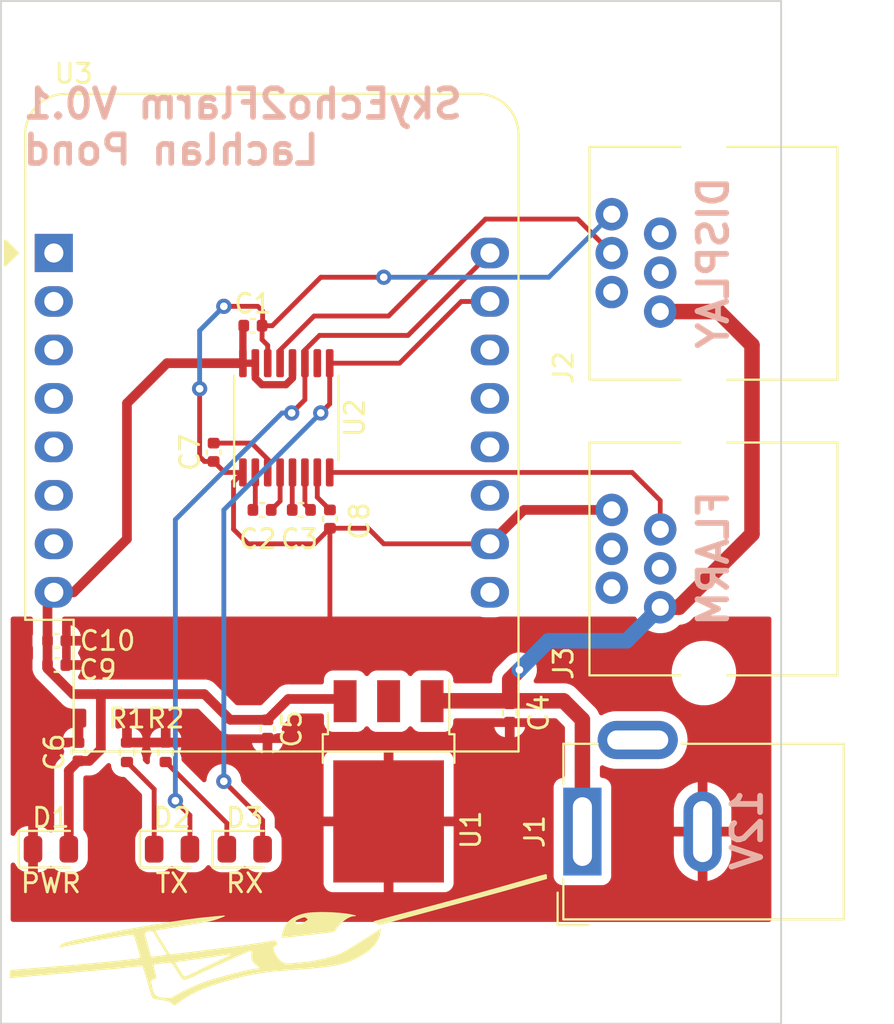
<source format=kicad_pcb>
(kicad_pcb (version 20211014) (generator pcbnew)
  (layers (0 "F.Cu" signal) (31 "B.Cu" signal) (34 "B.Paste" user) (35 "F.Paste" user) (36 "B.SilkS" user "B.Silkscreen") (37 "F.SilkS" user "F.Silkscreen") (38 "B.Mask" user) (39 "F.Mask" user) (44 "Edge.Cuts" user))
  (net 0 "")
  (net 1 "+3.3V")
  (net 2 "GND")
  (net 3 "Net-(C2-Pad1)")
  (net 4 "Net-(C2-Pad2)")
  (net 5 "Net-(C3-Pad1)")
  (net 6 "Net-(C3-Pad2)")
  (net 7 "+BATT")
  (net 8 "Net-(C7-Pad1)")
  (net 9 "Net-(C8-Pad2)")
  (net 10 "Net-(D2-Pad1)")
  (net 11 "DISP_TTL_TX")
  (net 12 "Net-(D3-Pad1)")
  (net 13 "FLARM_TTL_RX")
  (net 15 "DISP_RS232_TX")
  (net 18 "FLARM_RS232_RX")
  (footprint "Capacitor_SMD:C_0402_1005Metric" (layer "F.Cu") (at 88.392 50.292)
    (fp_text reference "C3" (at -0.107836 1.524) (layer "F.SilkS"))
    (fp_text value "100nF")
    (pad "1" smd roundrect (at -0.48 0) (size 0.56 0.62) (layers "F.Cu" "F.Paste" "F.Mask") (net 5 "Net-(C3-Pad1)"))
    (pad "2" smd roundrect (at 0.48 0) (size 0.56 0.62) (layers "F.Cu" "F.Paste" "F.Mask") (net 6 "Net-(C3-Pad2)"))
  )
  (footprint "Resistor_SMD:R_0402_1005Metric" (layer "F.Cu") (at 81.28 62.992 90)
    (fp_text reference "R2" (at 1.778 0 180) (layer "F.SilkS"))
    (fp_text value "50")
    (pad "1" smd roundrect (at -0.51 0 90) (size 0.54 0.64) (layers "F.Cu" "F.Paste" "F.Mask") (net 12 "Net-(D3-Pad1)"))
    (pad "2" smd roundrect (at 0.51 0 90) (size 0.54 0.64) (layers "F.Cu" "F.Paste" "F.Mask") (net 2 "GND"))
  )
  (footprint "Connector_BarrelJack:BarrelJack_Wuerth_6941xx301002" (layer "F.Cu") (at 103.124 67.148 90)
    (fp_text reference "J1" (at 0 -2.5 90) (layer "F.SilkS"))
    (fp_text value "BATT_JACK")
    (pad "1" thru_hole rect (at 0 0 90) (size 4.6 2) (drill oval 3.6 1) (layers *.Cu *.Mask) (net 7 "+BATT"))
    (pad "2" thru_hole oval (at 0 6.3 90) (size 4.2 2) (drill oval 3.2 1) (layers *.Cu *.Mask) (net 2 "GND"))
    (pad "3" thru_hole oval (at 4.8 2.9 180) (size 4.2 2) (drill oval 3.2 1) (layers *.Cu *.Mask))
  )
  (footprint "Capacitor_SMD:C_0402_1005Metric" (layer "F.Cu") (at 76.708 62.964 90)
    (fp_text reference "C6" (at -0.028 -1.27 90) (layer "F.SilkS"))
    (fp_text value "100nF")
    (pad "1" smd roundrect (at -0.48 0 90) (size 0.56 0.62) (layers "F.Cu" "F.Paste" "F.Mask") (net 1 "+3.3V"))
    (pad "2" smd roundrect (at 0.48 0 90) (size 0.56 0.62) (layers "F.Cu" "F.Paste" "F.Mask") (net 2 "GND"))
  )
  (footprint "Package_SO:TSSOP-16_4.4x5mm_P0.65mm" (layer "F.Cu") (at 87.602 45.466 90)
    (fp_text reference "U2" (at 0 3.584 270) (layer "F.SilkS"))
    (fp_text value "MAX3221")
    (pad "1" smd roundrect (at -2.8625 -2.275 90) (size 1.475 0.4) (layers "F.Cu" "F.Paste" "F.Mask") (net 2 "GND"))
    (pad "2" smd roundrect (at -2.8625 -1.625 90) (size 1.475 0.4) (layers "F.Cu" "F.Paste" "F.Mask") (net 3 "Net-(C2-Pad1)"))
    (pad "3" smd roundrect (at -2.8625 -0.975 90) (size 1.475 0.4) (layers "F.Cu" "F.Paste" "F.Mask") (net 8 "Net-(C7-Pad1)"))
    (pad "4" smd roundrect (at -2.8625 -0.325 90) (size 1.475 0.4) (layers "F.Cu" "F.Paste" "F.Mask") (net 4 "Net-(C2-Pad2)"))
    (pad "5" smd roundrect (at -2.8625 0.325 90) (size 1.475 0.4) (layers "F.Cu" "F.Paste" "F.Mask") (net 5 "Net-(C3-Pad1)"))
    (pad "6" smd roundrect (at -2.8625 0.975 90) (size 1.475 0.4) (layers "F.Cu" "F.Paste" "F.Mask") (net 6 "Net-(C3-Pad2)"))
    (pad "7" smd roundrect (at -2.8625 1.625 90) (size 1.475 0.4) (layers "F.Cu" "F.Paste" "F.Mask") (net 9 "Net-(C8-Pad2)"))
    (pad "8" smd roundrect (at -2.8625 2.275 90) (size 1.475 0.4) (layers "F.Cu" "F.Paste" "F.Mask") (net 18 "FLARM_RS232_RX"))
    (pad "9" smd roundrect (at 2.8625 2.275 90) (size 1.475 0.4) (layers "F.Cu" "F.Paste" "F.Mask") (net 13 "FLARM_TTL_RX"))
    (pad "10" smd roundrect (at 2.8625 1.625 90) (size 1.475 0.4) (layers "F.Cu" "F.Paste" "F.Mask"))
    (pad "11" smd roundrect (at 2.8625 0.975 90) (size 1.475 0.4) (layers "F.Cu" "F.Paste" "F.Mask") (net 11 "DISP_TTL_TX"))
    (pad "12" smd roundrect (at 2.8625 0.325 90) (size 1.475 0.4) (layers "F.Cu" "F.Paste" "F.Mask") (net 1 "+3.3V"))
    (pad "13" smd roundrect (at 2.8625 -0.325 90) (size 1.475 0.4) (layers "F.Cu" "F.Paste" "F.Mask") (net 15 "DISP_RS232_TX"))
    (pad "14" smd roundrect (at 2.8625 -0.975 90) (size 1.475 0.4) (layers "F.Cu" "F.Paste" "F.Mask") (net 2 "GND"))
    (pad "15" smd roundrect (at 2.8625 -1.625 90) (size 1.475 0.4) (layers "F.Cu" "F.Paste" "F.Mask") (net 1 "+3.3V"))
    (pad "16" smd roundrect (at 2.8625 -2.275 90) (size 1.475 0.4) (layers "F.Cu" "F.Paste" "F.Mask") (net 1 "+3.3V"))
  )
  (footprint "Capacitor_SMD:C_0402_1005Metric" (layer "F.Cu") (at 86.614 61.771 -90)
    (fp_text reference "C5" (at 0 -1.27 -90) (layer "F.SilkS"))
    (fp_text value "470nF")
    (pad "1" smd roundrect (at -0.48 0 270) (size 0.56 0.62) (layers "F.Cu" "F.Paste" "F.Mask") (net 1 "+3.3V"))
    (pad "2" smd roundrect (at 0.48 0 270) (size 0.56 0.62) (layers "F.Cu" "F.Paste" "F.Mask") (net 2 "GND"))
  )
  (footprint "My_Library:RJ12_CUI_CRJ030" (layer "F.Cu") (at 109.492 52.862 90)
    (fp_text reference "J3" (at -5.47 -7.36 90) (layer "F.SilkS"))
    (fp_text value "FLARM_RJ12")
    (pad "" np_thru_hole circle (at -5.98 0 90) (size 2.36 2.36) (drill 2.36) (layers F&B.Cu *.Mask))
    (pad "" np_thru_hole circle (at 6.02 0 90) (size 2.36 2.36) (drill 2.36) (layers F&B.Cu *.Mask))
    (pad "1" thru_hole circle (at 2.57 -4.83 90) (size 1.7 1.7) (drill 0.9) (layers *.Cu *.Mask) (net 2 "GND"))
    (pad "2" thru_hole circle (at 1.55 -2.29 90) (size 1.7 1.7) (drill 0.9) (layers *.Cu *.Mask) (net 18 "FLARM_RS232_RX"))
    (pad "3" thru_hole circle (at 0.53 -4.83 90) (size 1.7 1.7) (drill 0.9) (layers *.Cu *.Mask))
    (pad "4" thru_hole circle (at -0.49 -2.29 90) (size 1.7 1.7) (drill 0.9) (layers *.Cu *.Mask))
    (pad "5" thru_hole circle (at -1.51 -4.83 90) (size 1.7 1.7) (drill 0.9) (layers *.Cu *.Mask))
    (pad "6" thru_hole circle (at -2.53 -2.29 90) (size 1.7 1.7) (drill 0.9) (layers *.Cu *.Mask) (net 7 "+BATT"))
  )
  (footprint "Capacitor_SMD:C_0402_1005Metric" (layer "F.Cu") (at 86.332 50.292)
    (fp_text reference "C2" (at -0.226 1.524) (layer "F.SilkS"))
    (fp_text value "100nF")
    (pad "1" smd roundrect (at -0.48 0) (size 0.56 0.62) (layers "F.Cu" "F.Paste" "F.Mask") (net 3 "Net-(C2-Pad1)"))
    (pad "2" smd roundrect (at 0.48 0) (size 0.56 0.62) (layers "F.Cu" "F.Paste" "F.Mask") (net 4 "Net-(C2-Pad2)"))
  )
  (footprint "Capacitor_SMD:C_0402_1005Metric" (layer "F.Cu") (at 89.888 50.772 90)
    (fp_text reference "C8" (at -0.107836 1.552 90) (layer "F.SilkS"))
    (fp_text value "100nF")
    (pad "1" smd roundrect (at -0.48 0 90) (size 0.56 0.62) (layers "F.Cu" "F.Paste" "F.Mask") (net 2 "GND"))
    (pad "2" smd roundrect (at 0.48 0 90) (size 0.56 0.62) (layers "F.Cu" "F.Paste" "F.Mask") (net 9 "Net-(C8-Pad2)"))
  )
  (footprint "Module:WEMOS_D1_mini_light" (layer "F.Cu") (at 75.415 36.83)
    (fp_text reference "U3" (at 1.039 -9.398) (layer "F.SilkS"))
    (fp_text value "ESP8266_D1_MINI")
    (pad "1" thru_hole rect locked (at 0 0) (size 2 2) (drill 1) (layers *.Cu *.Mask))
    (pad "2" thru_hole oval locked (at 0 2.54) (size 2 1.6) (drill 1) (layers *.Cu *.Mask))
    (pad "3" thru_hole oval locked (at 0 5.08) (size 2 1.6) (drill 1) (layers *.Cu *.Mask))
    (pad "4" thru_hole oval locked (at 0 7.62) (size 2 1.6) (drill 1) (layers *.Cu *.Mask))
    (pad "5" thru_hole oval locked (at 0 10.16) (size 2 1.6) (drill 1) (layers *.Cu *.Mask))
    (pad "6" thru_hole oval locked (at 0 12.7) (size 2 1.6) (drill 1) (layers *.Cu *.Mask))
    (pad "7" thru_hole oval locked (at 0 15.24) (size 2 1.6) (drill 1) (layers *.Cu *.Mask))
    (pad "8" thru_hole oval locked (at 0 17.78) (size 2 1.6) (drill 1) (layers *.Cu *.Mask) (net 1 "+3.3V"))
    (pad "9" thru_hole oval locked (at 22.86 17.78) (size 2 1.6) (drill 1) (layers *.Cu *.Mask))
    (pad "10" thru_hole oval locked (at 22.86 15.24) (size 2 1.6) (drill 1) (layers *.Cu *.Mask) (net 2 "GND"))
    (pad "11" thru_hole oval locked (at 22.86 12.7) (size 2 1.6) (drill 1) (layers *.Cu *.Mask))
    (pad "12" thru_hole oval locked (at 22.86 10.16) (size 2 1.6) (drill 1) (layers *.Cu *.Mask))
    (pad "13" thru_hole oval locked (at 22.86 7.62) (size 2 1.6) (drill 1) (layers *.Cu *.Mask))
    (pad "14" thru_hole oval locked (at 22.86 5.08) (size 2 1.6) (drill 1) (layers *.Cu *.Mask))
    (pad "15" thru_hole oval locked (at 22.86 2.54) (size 2 1.6) (drill 1) (layers *.Cu *.Mask) (net 13 "FLARM_TTL_RX"))
    (pad "16" thru_hole oval locked (at 22.86 0) (size 2 1.6) (drill 1) (layers *.Cu *.Mask) (net 11 "DISP_TTL_TX"))
  )
  (footprint "Capacitor_SMD:C_0402_1005Metric" (layer "F.Cu") (at 75.565 58.42)
    (fp_text reference "C9" (at 2.159 0.254) (layer "F.SilkS"))
    (fp_text value "100nF")
    (pad "1" smd roundrect (at -0.48 0) (size 0.56 0.62) (layers "F.Cu" "F.Paste" "F.Mask") (net 1 "+3.3V"))
    (pad "2" smd roundrect (at 0.48 0) (size 0.56 0.62) (layers "F.Cu" "F.Paste" "F.Mask") (net 2 "GND"))
  )
  (footprint "My_Library:RJ12_CUI_CRJ030" (layer "F.Cu") (at 109.492 37.368 90)
    (fp_text reference "J2" (at -5.47 -7.36 90) (layer "F.SilkS"))
    (fp_text value "DISP_RJ12")
    (pad "" np_thru_hole circle (at 6.02 0 90) (size 2.36 2.36) (drill 2.36) (layers F&B.Cu *.Mask))
    (pad "" np_thru_hole circle (at -5.98 0 90) (size 2.36 2.36) (drill 2.36) (layers F&B.Cu *.Mask))
    (pad "1" thru_hole circle (at 2.57 -4.83 90) (size 1.7 1.7) (drill 0.9) (layers *.Cu *.Mask) (net 2 "GND"))
    (pad "2" thru_hole circle (at 1.55 -2.29 90) (size 1.7 1.7) (drill 0.9) (layers *.Cu *.Mask))
    (pad "3" thru_hole circle (at 0.53 -4.83 90) (size 1.7 1.7) (drill 0.9) (layers *.Cu *.Mask) (net 15 "DISP_RS232_TX"))
    (pad "4" thru_hole circle (at -0.49 -2.29 90) (size 1.7 1.7) (drill 0.9) (layers *.Cu *.Mask))
    (pad "5" thru_hole circle (at -1.51 -4.83 90) (size 1.7 1.7) (drill 0.9) (layers *.Cu *.Mask))
    (pad "6" thru_hole circle (at -2.53 -2.29 90) (size 1.7 1.7) (drill 0.9) (layers *.Cu *.Mask) (net 7 "+BATT"))
  )
  (footprint "LED_SMD:LED_0805_2012Metric" (layer "F.Cu") (at 85.4225 68.072)
    (fp_text reference "D3" (at 0 -1.65) (layer "F.SilkS"))
    (fp_text value "RX" (at 0 1.778) (layer "F.SilkS"))
    (pad "1" smd roundrect (at -0.9375 0) (size 0.975 1.4) (layers "F.Cu" "F.Paste" "F.Mask") (net 12 "Net-(D3-Pad1)"))
    (pad "2" smd roundrect (at 0.9375 0) (size 0.975 1.4) (layers "F.Cu" "F.Paste" "F.Mask") (net 13 "FLARM_TTL_RX"))
  )
  (footprint "Capacitor_SMD:C_0402_1005Metric" (layer "F.Cu") (at 85.852 40.64)
    (fp_text reference "C1" (at 0 -1.16) (layer "F.SilkS"))
    (fp_text value "100nF")
    (pad "1" smd roundrect (at -0.48 0) (size 0.56 0.62) (layers "F.Cu" "F.Paste" "F.Mask") (net 1 "+3.3V"))
    (pad "2" smd roundrect (at 0.48 0) (size 0.56 0.62) (layers "F.Cu" "F.Paste" "F.Mask") (net 2 "GND"))
  )
  (footprint "Capacitor_SMD:C_0402_1005Metric" (layer "F.Cu") (at 99.314 60.932 -90)
    (fp_text reference "C4" (at 0 -1.524 -90) (layer "F.SilkS"))
    (fp_text value "470nF")
    (pad "1" smd roundrect (at -0.48 0 270) (size 0.56 0.62) (layers "F.Cu" "F.Paste" "F.Mask") (net 7 "+BATT"))
    (pad "2" smd roundrect (at 0.48 0 270) (size 0.56 0.62) (layers "F.Cu" "F.Paste" "F.Mask") (net 2 "GND"))
  )
  (footprint "LED_SMD:LED_0805_2012Metric" (layer "F.Cu") (at 81.6125 68.072)
    (fp_text reference "D2" (at 0 -1.65) (layer "F.SilkS"))
    (fp_text value "TX" (at 0 1.778) (layer "F.SilkS"))
    (pad "1" smd roundrect (at -0.9375 0) (size 0.975 1.4) (layers "F.Cu" "F.Paste" "F.Mask") (net 10 "Net-(D2-Pad1)"))
    (pad "2" smd roundrect (at 0.9375 0) (size 0.975 1.4) (layers "F.Cu" "F.Paste" "F.Mask") (net 11 "DISP_TTL_TX"))
  )
  (footprint "LED_SMD:LED_0805_2012Metric" (layer "F.Cu") (at 75.2625 68.072)
    (fp_text reference "D1" (at 0 -1.65) (layer "F.SilkS"))
    (fp_text value "PWR" (at 0 1.778) (layer "F.SilkS"))
    (pad "1" smd roundrect (at -0.9375 0) (size 0.975 1.4) (layers "F.Cu" "F.Paste" "F.Mask") (net 2 "GND"))
    (pad "2" smd roundrect (at 0.9375 0) (size 0.975 1.4) (layers "F.Cu" "F.Paste" "F.Mask") (net 1 "+3.3V"))
  )
  (footprint "Capacitor_SMD:C_0402_1005Metric" (layer "F.Cu") (at 83.792 47.272 -90)
    (fp_text reference "C7" (at 0 1.242 90) (layer "F.SilkS"))
    (fp_text value "100nF")
    (pad "1" smd roundrect (at -0.48 0 270) (size 0.56 0.62) (layers "F.Cu" "F.Paste" "F.Mask") (net 8 "Net-(C7-Pad1)"))
    (pad "2" smd roundrect (at 0.48 0 270) (size 0.56 0.62) (layers "F.Cu" "F.Paste" "F.Mask") (net 2 "GND"))
  )
  (footprint "Resistor_SMD:R_0402_1005Metric" (layer "F.Cu") (at 79.248 62.992 90)
    (fp_text reference "R1" (at 1.778 0 180) (layer "F.SilkS"))
    (fp_text value "50")
    (pad "1" smd roundrect (at -0.51 0 90) (size 0.54 0.64) (layers "F.Cu" "F.Paste" "F.Mask") (net 10 "Net-(D2-Pad1)"))
    (pad "2" smd roundrect (at 0.51 0 90) (size 0.54 0.64) (layers "F.Cu" "F.Paste" "F.Mask") (net 2 "GND"))
  )
  (footprint "Capacitor_SMD:C_0402_1005Metric" (layer "F.Cu") (at 75.565 57.15)
    (fp_text reference "C10" (at 2.667 0) (layer "F.SilkS"))
    (fp_text value "100nF")
    (pad "1" smd roundrect (at -0.48 0) (size 0.56 0.62) (layers "F.Cu" "F.Paste" "F.Mask") (net 1 "+3.3V"))
    (pad "2" smd roundrect (at 0.48 0) (size 0.56 0.62) (layers "F.Cu" "F.Paste" "F.Mask") (net 2 "GND"))
  )
  (footprint "Package_TO_SOT_SMD:TO-252-3_TabPin4" (layer "F.Cu") (at 92.964 64.516 -90)
    (fp_text reference "U1" (at 2.54 -4.318 90) (layer "F.SilkS"))
    (fp_text value "BA033CC0FP-E2")
    (pad "1" smd rect (at -4.2 -2.28 270) (size 2.2 1.2) (layers "F.Cu" "F.Paste" "F.Mask") (net 7 "+BATT"))
    (pad "2" smd rect (at -4.2 0 270) (size 2.2 1.2) (layers "F.Cu" "F.Paste" "F.Mask"))
    (pad "3" smd rect (at -4.2 2.28 270) (size 2.2 1.2) (layers "F.Cu" "F.Paste" "F.Mask") (net 1 "+3.3V"))
    (pad "4" smd rect (at 2.1 0 270) (size 6.4 5.8) (layers "F.Cu" "F.Mask") (net 2 "GND"))
  )
  (gr_poly (pts (xy 89.662 71.374) (xy 89.948082 71.383264) (xy 90.233401 71.399951) (xy 90.507724 71.423861) (xy 90.760817 71.454798) (xy 90.903392 71.476836) (xy 91.023938 71.49849) (xy 91.119999 71.518982) (xy 91.15808 71.528551) (xy 91.18912 71.537538) (xy 91.212811 71.545848) (xy 91.228847 71.553382) (xy 91.23692 71.560044) (xy 91.237875 71.563018) (xy 91.236724 71.565738) (xy 91.233429 71.568191) (xy 91.227951 71.570365) (xy 91.210296 71.573829) (xy 91.183451 71.576033) (xy 91.147109 71.57688) (xy 91.122147 71.57782) (xy 91.096338 71.580446) (xy 91.069745 71.584714) (xy 91.042429 71.590581) (xy 90.985877 71.606934) (xy 90.92718 71.62915) (xy 90.866834 71.656877) (xy 90.805335 71.689761) (xy 90.743181 71.72745) (xy 90.680869 71.769589) (xy 90.618894 71.815826) (xy 90.557754 71.865808) (xy 90.497946 71.919181) (xy 90.439965 71.975592) (xy 90.38431 72.034688) (xy 90.331476 72.096116) (xy 90.281961 72.159522) (xy 90.236261 72.224553) (xy 90.115093 72.407102) (xy 88.938648 72.540803) (xy 88.027816 72.64369) (xy 87.557692 72.692899) (xy 87.442344 72.701453) (xy 87.382511 72.701482) (xy 87.367719 72.69881) (xy 87.359973 72.694619) (xy 87.35651 72.682494) (xy 87.356513 72.682494) (xy 87.357785 72.663952) (xy 87.361443 72.639466) (xy 87.367247 72.609823) (xy 87.374959 72.575811) (xy 87.395148 72.49783) (xy 87.420099 72.411819) (xy 87.4479 72.324078) (xy 87.476638 72.240903) (xy 87.504401 72.168593) (xy 87.517319 72.13848) (xy 87.529277 72.113446) (xy 87.547018 72.080525) (xy 87.566159 72.048229) (xy 87.586685 72.016567) (xy 87.60858 71.985548) (xy 87.631828 71.955181) (xy 87.656416 71.925475) (xy 87.682326 71.89644) (xy 87.709543 71.868085) (xy 87.717391 71.860468) (xy 88.083213 71.860468) (xy 88.083569 71.875983) (xy 88.085513 71.893045) (xy 88.088753 71.911899) (xy 88.091709 71.923956) (xy 88.095783 71.935176) (xy 88.100939 71.945559) (xy 88.107143 71.955109) (xy 88.114358 71.963826) (xy 88.122549 71.971712) (xy 88.13168 71.978768) (xy 88.141716 71.984997) (xy 88.152622 71.990399) (xy 88.164361 71.994977) (xy 88.176899 71.998732) (xy 88.190199 72.001666) (xy 88.204227 72.00378) (xy 88.218946 72.005076) (xy 88.234322 72.005556) (xy 88.250318 72.005221) (xy 88.2669 72.004072) (xy 88.284031 72.002112) (xy 88.301676 71.999342) (xy 88.3198 71.995763) (xy 88.338367 71.991378) (xy 88.357342 71.986188) (xy 88.376688 71.980194) (xy 88.396371 71.973398) (xy 88.416355 71.965802) (xy 88.436605 71.957408) (xy 88.457084 71.948216) (xy 88.477758 71.938229) (xy 88.498591 71.927448) (xy 88.519547 71.915875) (xy 88.540591 71.903511) (xy 88.561687 71.890358) (xy 88.561688 71.890358) (xy 88.595947 71.867895) (xy 88.627864 71.84604) (xy 88.656743 71.825336) (xy 88.681889 71.806325) (xy 88.702607 71.78955) (xy 88.711088 71.78217) (xy 88.718201 71.775553) (xy 88.72386 71.769767) (xy 88.727976 71.764878) (xy 88.730464 71.760956) (xy 88.73107 71.759378) (xy 88.731236 71.758067) (xy 88.731069 71.756819) (xy 88.730685 71.755427) (xy 88.730089 71.753898) (xy 88.729287 71.752235) (xy 88.728285 71.750446) (xy 88.727088 71.748535) (xy 88.724132 71.744369) (xy 88.720461 71.739781) (xy 88.716121 71.734813) (xy 88.711155 71.72951) (xy 88.705607 71.723914) (xy 88.699522 71.718068) (xy 88.692942 71.712017) (xy 88.685912 71.705802) (xy 88.678476 71.699467) (xy 88.670677 71.693055) (xy 88.66256 71.68661) (xy 88.654169 71.680175) (xy 88.645548 71.673792) (xy 88.631102 71.66345) (xy 88.617898 71.654522) (xy 88.611645 71.650594) (xy 88.605564 71.647027) (xy 88.599607 71.643823) (xy 88.593728 71.640985) (xy 88.587882 71.638514) (xy 88.582021 71.636414) (xy 88.5761 71.634687) (xy 88.570071 71.633335) (xy 88.56389 71.63236) (xy 88.557508 71.631766) (xy 88.55088 71.631553) (xy 88.54396 71.631726) (xy 88.5367 71.632285) (xy 88.529056 71.633234) (xy 88.52098 71.634574) (xy 88.512425 71.636309) (xy 88.503347 71.638441) (xy 88.493698 71.640972) (xy 88.483431 71.643904) (xy 88.472501 71.64724) (xy 88.448466 71.655132) (xy 88.42122 71.664669) (xy 88.390393 71.675869) (xy 88.355614 71.688752) (xy 88.267397 71.722267) (xy 88.231061 71.736839) (xy 88.199517 71.750278) (xy 88.172474 71.762828) (xy 88.149641 71.774733) (xy 88.130727 71.786237) (xy 88.11544 71.797582) (xy 88.109065 71.803272) (xy 88.103488 71.809013) (xy 88.098673 71.814837) (xy 88.094581 71.820774) (xy 88.091178 71.826854) (xy 88.088427 71.833107) (xy 88.086292 71.839565) (xy 88.084735 71.846258) (xy 88.083213 71.860468) (xy 87.717391 71.860468) (xy 87.738052 71.840418) (xy 87.767838 71.813449) (xy 87.798884 71.787186) (xy 87.831176 71.76164) (xy 87.864698 71.736819) (xy 87.899435 71.712733) (xy 87.93537 71.689389) (xy 87.972489 71.666799) (xy 88.010775 71.644969) (xy 88.050215 71.623911) (xy 88.132489 71.584143) (xy 88.219187 71.547568) (xy 88.310186 71.514258) (xy 88.405361 71.484287) (xy 88.504589 71.457728) (xy 88.607745 71.434653) (xy 88.714707 71.415135) (xy 88.802447 71.402891) (xy 88.901508 71.392726) (xy 89.12848 71.378532) (xy 89.385388 71.372356)) (layer "F.SilkS") (width 0.02) (fill solid))
  (gr_poly (pts (xy 84.346856 71.55659) (xy 84.354786 71.557234) (xy 84.361061 71.558301) (xy 84.365673 71.559796) (xy 84.368609 71.561726) (xy 84.369446 71.562856) (xy 84.369859 71.564098) (xy 84.369849 71.565451) (xy 84.369413 71.566917) (xy 84.367259 71.570191) (xy 84.363386 71.573926) (xy 84.357784 71.578128) (xy 84.350441 71.582804) (xy 84.341348 71.58796) (xy 84.330494 71.593603) (xy 84.303455 71.606375) (xy 84.26924 71.621172) (xy 84.227762 71.638045) (xy 84.178934 71.657047) (xy 84.122669 71.678228) (xy 84.058882 71.701642) (xy 83.987485 71.727339) (xy 83.932355 71.74641) (xy 83.875511 71.764745) (xy 83.815687 71.782593) (xy 83.751619 71.800208) (xy 83.682043 71.81784) (xy 83.605695 71.835742) (xy 83.427626 71.87336) (xy 83.207297 71.915079) (xy 82.934594 71.96291) (xy 82.599404 72.018869) (xy 82.191611 72.084969) (xy 81.168253 72.252775) (xy 80.853698 72.307068) (xy 80.734316 72.330864) (xy 80.733929 72.332138) (xy 80.734222 72.33448) (xy 80.736784 72.342254) (xy 80.741875 72.353962) (xy 80.749371 72.369384) (xy 80.771066 72.410481) (xy 80.800858 72.463769) (xy 80.837737 72.527477) (xy 80.880691 72.599828) (xy 80.92871 72.67905) (xy 80.980783 72.763369) (xy 81.200321 73.11809) (xy 81.362106 73.383522) (xy 81.37604 73.406364) (xy 81.389835 73.428051) (xy 81.403452 73.448541) (xy 81.416851 73.46779) (xy 81.429995 73.485756) (xy 81.442842 73.502396) (xy 81.455355 73.517665) (xy 81.467495 73.531523) (xy 81.479222 73.543925) (xy 81.490497 73.554828) (xy 81.501281 73.564189) (xy 81.511535 73.571966) (xy 81.52122 73.578116) (xy 81.530297 73.582595) (xy 81.538726 73.58536) (xy 81.542686 73.586087) (xy 81.546469 73.586369) (xy 81.925271 73.544918) (xy 82.781973 73.441115) (xy 84.851791 73.179166) (xy 85.45118 73.097109) (xy 86.034383 73.011297) (xy 86.522478 72.933765) (xy 86.836547 72.876545) (xy 86.892766 72.864905) (xy 86.916185 72.860581) (xy 86.93687 72.857328) (xy 86.955116 72.855199) (xy 86.971216 72.854252) (xy 86.985467 72.85454) (xy 86.99199 72.855164) (xy 86.998162 72.856118) (xy 87.004018 72.857408) (xy 87.009595 72.859042) (xy 87.014931 72.861025) (xy 87.020063 72.863366) (xy 87.025026 72.86607) (xy 87.029858 72.869145) (xy 87.039276 72.876434) (xy 87.048612 72.885289) (xy 87.058159 72.895764) (xy 87.068213 72.907915) (xy 87.079068 72.921795) (xy 87.094717 72.942756) (xy 87.10806 72.962054) (xy 87.119073 72.979814) (xy 87.123698 72.988158) (xy 87.127731 72.996165) (xy 87.13117 73.003852) (xy 87.134011 73.011234) (xy 87.136251 73.018327) (xy 87.137887 73.025147) (xy 87.138915 73.031711) (xy 87.139334 73.038033) (xy 87.139139 73.04413) (xy 87.138328 73.050018) (xy 87.136897 73.055713) (xy 87.134844 73.061231) (xy 87.132165 73.066586) (xy 87.128858 73.071797) (xy 87.124919 73.076877) (xy 87.120345 73.081844) (xy 87.115133 73.086714) (xy 87.10928 73.091501) (xy 87.102784 73.096222) (xy 87.095639 73.100893) (xy 87.087845 73.10553) (xy 87.079398 73.110148) (xy 87.06053 73.119394) (xy 87.039012 73.128758) (xy 87.018859 73.137589) (xy 87.009671 73.142037) (xy 87.001068 73.146544) (xy 86.99304 73.151138) (xy 86.985582 73.155849) (xy 86.978685 73.160704) (xy 86.972344 73.165733) (xy 86.966551 73.170962) (xy 86.961299 73.176422) (xy 86.95658 73.182139) (xy 86.952388 73.188144) (xy 86.948716 73.194463) (xy 86.945556 73.201126) (xy 86.942901 73.208161) (xy 86.940745 73.215596) (xy 86.939079 73.22346) (xy 86.937898 73.231781) (xy 86.937194 73.240588) (xy 86.93696 73.249909) (xy 86.937188 73.259772) (xy 86.937872 73.270206) (xy 86.939005 73.28124) (xy 86.940579 73.292901) (xy 86.942588 73.305218) (xy 86.945023 73.31822) (xy 86.951148 73.346391) (xy 86.958897 73.377641) (xy 86.968213 73.412198) (xy 86.980489 73.45179) (xy 86.995396 73.491923) (xy 87.012761 73.53236) (xy 87.032407 73.572862) (xy 87.05416 73.613191) (xy 87.077846 73.653107) (xy 87.103289 73.692373) (xy 87.130314 73.73075) (xy 87.158746 73.767999) (xy 87.188412 73.803883) (xy 87.219135 73.838162) (xy 87.250741 73.870598) (xy 87.283055 73.900953) (xy 87.315902 73.928988) (xy 87.349107 73.954464) (xy 87.382495 73.977144) (xy 87.442831 74.015875) (xy 87.45591 74.023848) (xy 87.468647 74.031149) (xy 87.481272 74.037786) (xy 87.494014 74.043764) (xy 87.507103 74.04909) (xy 87.520769 74.05377) (xy 87.535241 74.05781) (xy 87.550751 74.061217) (xy 87.567526 74.063998) (xy 87.585798 74.066158) (xy 87.605795 74.067704) (xy 87.627748 74.068642) (xy 87.651887 74.068979) (xy 87.678441 74.068721) (xy 87.70764 74.067875) (xy 87.739714 74.066446) (xy 87.813405 74.061867) (xy 87.901354 74.055035) (xy 88.005398 74.046001) (xy 88.127375 74.034816) (xy 88.432485 74.006197) (xy 88.726194 73.972551) (xy 89.025579 73.926712) (xy 89.323607 73.87039) (xy 89.613245 73.805298) (xy 89.887459 73.733148) (xy 90.139217 73.655651) (xy 90.254477 73.615433) (xy 90.361486 73.57452) (xy 90.459364 73.533126) (xy 90.547232 73.491465) (xy 90.66125 73.428765) (xy 90.835897 73.326474) (xy 91.301517 73.043569) (xy 91.812968 72.723652) (xy 92.044902 72.575095) (xy 92.239121 72.447623) (xy 92.553256 72.237656) (xy 92.5315 72.421346) (xy 92.524355 72.471812) (xy 92.514919 72.521906) (xy 92.503196 72.571626) (xy 92.489189 72.620968) (xy 92.472902 72.669929) (xy 92.454337 72.718504) (xy 92.433499 72.766691) (xy 92.410391 72.814486) (xy 92.385016 72.861884) (xy 92.357378 72.908884) (xy 92.327479 72.95548) (xy 92.295324 73.00167) (xy 92.224258 73.092815) (xy 92.144206 73.182291) (xy 92.055197 73.27007) (xy 91.957257 73.356122) (xy 91.850413 73.440419) (xy 91.734693 73.522932) (xy 91.610124 73.603634) (xy 91.476733 73.682494) (xy 91.334548 73.759485) (xy 91.183596 73.834578) (xy 91.067177 73.887875) (xy 90.948817 73.937298) (xy 90.827156 73.983099) (xy 90.700835 74.02553) (xy 90.568494 74.064842) (xy 90.428773 74.101287) (xy 90.280315 74.135117) (xy 90.121758 74.166583) (xy 89.951744 74.195937) (xy 89.768913 74.223431) (xy 89.571906 74.249315) (xy 89.359364 74.273843) (xy 89.129926 74.297265) (xy 88.882234 74.319833) (xy 88.32665 74.363414) (xy 87.642789 74.414809) (xy 87.075369 74.463781) (xy 86.596577 74.51465) (xy 86.178603 74.571735) (xy 85.793636 74.639355) (xy 85.413865 74.72183) (xy 85.01148 74.823478) (xy 84.558668 74.948619) (xy 84.12533 75.076924) (xy 83.736262 75.203868) (xy 83.385673 75.332021) (xy 83.222999 75.397354) (xy 83.067773 75.463952) (xy 82.919272 75.532137) (xy 82.776772 75.602231) (xy 82.639549 75.674553) (xy 82.50688 75.749426) (xy 82.37804 75.827171) (xy 82.252306 75.908108) (xy 82.128954 75.99256) (xy 82.00726 76.080847) (xy 81.90854 76.153647) (xy 81.825748 76.21316) (xy 81.793038 76.236017) (xy 81.767566 76.253252) (xy 81.750417 76.264098) (xy 81.745303 76.266886) (xy 81.742676 76.267789) (xy 81.741825 76.267597) (xy 81.740615 76.267098) (xy 81.737161 76.265209) (xy 81.732392 76.262183) (xy 81.72639 76.258083) (xy 81.711001 76.246905) (xy 81.691633 76.232168) (xy 81.668924 76.214366) (xy 81.643511 76.193991) (xy 81.616032 76.171537) (xy 81.587126 76.147498) (xy 81.587128 76.147498) (xy 81.563712 76.128211) (xy 81.541551 76.110887) (xy 81.52007 76.095338) (xy 81.498692 76.081376) (xy 81.487862 76.074931) (xy 81.47684 76.068812) (xy 81.465557 76.062996) (xy 81.453939 76.057458) (xy 81.441914 76.052177) (xy 81.42941 76.047127) (xy 81.416356 76.042287) (xy 81.402678 76.037631) (xy 81.373167 76.02878) (xy 81.340299 76.020388) (xy 81.303498 76.012266) (xy 81.262188 76.004226) (xy 81.215792 75.99608) (xy 81.163733 75.98764) (xy 81.040322 75.969125) (xy 80.958333 75.956474) (xy 80.880321 75.943037) (xy 80.808101 75.929225) (xy 80.743491 75.91545) (xy 80.688305 75.902122) (xy 80.644362 75.889652) (xy 80.627174 75.883867) (xy 80.613477 75.878452) (xy 80.6035 75.873456) (xy 80.597467 75.868931) (xy 80.593119 75.863247) (xy 80.588083 75.85485) (xy 80.582419 75.843905) (xy 80.576189 75.830578) (xy 80.569451 75.815036) (xy 80.562268 75.797443) (xy 80.546808 75.756773) (xy 80.530291 75.709895) (xy 80.513203 75.658136) (xy 80.49603 75.602823) (xy 80.479254 75.545285) (xy 80.368278 75.161984) (xy 80.30008 74.932932) (xy 80.505365 74.932932) (xy 80.528457 75.097998) (xy 80.543832 75.193143) (xy 80.562927 75.287199) (xy 80.585049 75.37793) (xy 80.609501 75.4631) (xy 80.635588 75.54047) (xy 80.649027 75.575532) (xy 80.662614 75.607806) (xy 80.676262 75.637011) (xy 80.689884 75.662869) (xy 80.703393 75.6851) (xy 80.716703 75.703424) (xy 80.724711 75.712569) (xy 80.733786 75.721558) (xy 80.743896 75.730384) (xy 80.755012 75.739037) (xy 80.78014 75.755794) (xy 80.808932 75.771763) (xy 80.841148 75.78688) (xy 80.876548 75.801078) (xy 80.914892 75.814291) (xy 80.95594 75.826453) (xy 80.999453 75.837499) (xy 81.045192 75.847363) (xy 81.092917 75.85598) (xy 81.142387 75.863283) (xy 81.193364 75.869206) (xy 81.245608 75.873685) (xy 81.298878 75.876653) (xy 81.352936 75.878044) (xy 81.419175 75.877936) (xy 81.448116 75.877081) (xy 81.474717 75.875567) (xy 81.499313 75.873302) (xy 81.52224 75.870193) (xy 81.543831 75.866145) (xy 81.564422 75.861066) (xy 81.584347 75.854863) (xy 81.603941 75.847441) (xy 81.623538 75.83871) (xy 81.643474 75.828574) (xy 81.664082 75.81694) (xy 81.685699 75.803717) (xy 81.708658 75.788809) (xy 81.733294 75.772125) (xy 81.733293 75.772125) (xy 81.733293 75.772124) (xy 81.782217 75.7404) (xy 81.843215 75.704051) (xy 81.996049 75.620045) (xy 82.18103 75.525231) (xy 82.387394 75.424733) (xy 82.604375 75.323677) (xy 82.821209 75.227189) (xy 83.02713 75.140392) (xy 83.211374 75.068413) (xy 83.51314 74.966052) (xy 83.89794 74.849152) (xy 84.332227 74.726392) (xy 84.782453 74.60645) (xy 85.215072 74.498004) (xy 85.596536 74.409733) (xy 85.8933 74.350316) (xy 85.999435 74.334139) (xy 86.071814 74.32843) (xy 86.101378 74.327933) (xy 86.126984 74.32654) (xy 86.138304 74.325491) (xy 86.148634 74.324198) (xy 86.157974 74.322655) (xy 86.166325 74.320856) (xy 86.173687 74.318794) (xy 86.180058 74.316463) (xy 86.185439 74.313856) (xy 86.189831 74.310967) (xy 86.193232 74.307789) (xy 86.195643 74.304315) (xy 86.197064 74.30054) (xy 86.197494 74.296457) (xy 86.196934 74.29206) (xy 86.195383 74.287341) (xy 86.192842 74.282295) (xy 86.189309 74.276915) (xy 86.184786 74.271194) (xy 86.179272 74.265126) (xy 86.172766 74.258706) (xy 86.16527 74.251925) (xy 86.156782 74.244778) (xy 86.147303 74.237258) (xy 86.125369 74.221074) (xy 86.099469 74.203322) (xy 86.069602 74.18395) (xy 86.049521 74.17082) (xy 86.030161 74.157356) (xy 86.011521 74.143553) (xy 85.993597 74.129409) (xy 85.976389 74.11492) (xy 85.959895 74.100083) (xy 85.944114 74.084894) (xy 85.929043 74.06935) (xy 85.914682 74.053448) (xy 85.901028 74.037184) (xy 85.888079 74.020555) (xy 85.875835 74.003558) (xy 85.864294 73.986188) (xy 85.853453 73.968444) (xy 85.843312 73.95032) (xy 85.833868 73.931815) (xy 85.82512 73.912924) (xy 85.817066 73.893645) (xy 85.809706 73.873973) (xy 85.803036 73.853906) (xy 85.797056 73.83344) (xy 85.791763 73.812572) (xy 85.787156 73.791298) (xy 85.783234 73.769615) (xy 85.779995 73.74752) (xy 85.777437 73.725009) (xy 85.775559 73.702078) (xy 85.774358 73.678726) (xy 85.773834 73.654947) (xy 85.773984 73.630739) (xy 85.776302 73.581021) (xy 85.780685 73.516332) (xy 85.782093 73.489925) (xy 85.782885 73.467177) (xy 85.782988 73.447862) (xy 85.782332 73.431755) (xy 85.780846 73.418631) (xy 85.778459 73.408264) (xy 85.776905 73.404043) (xy 85.775099 73.400428) (xy 85.773032 73.397389) (xy 85.770695 73.394899) (xy 85.768079 73.392929) (xy 85.765176 73.391452) (xy 85.761977 73.390438) (xy 85.758471 73.38986) (xy 85.750509 73.389899) (xy 85.741219 73.391343) (xy 85.730529 73.393968) (xy 85.718369 73.397547) (xy 85.590421 73.446579) (xy 85.356399 73.545083) (xy 84.676321 73.843244) (xy 83.890518 74.197506) (xy 83.211374 74.51334) (xy 83.034086 74.597066) (xy 82.869968 74.672663) (xy 82.721137 74.739239) (xy 82.58971 74.795904) (xy 82.477803 74.841764) (xy 82.387534 74.875928) (xy 82.32102 74.897503) (xy 82.297333 74.903292) (xy 82.280378 74.905599) (xy 82.259705 74.90616) (xy 82.250129 74.906108) (xy 82.24097 74.905733) (xy 82.232161 74.904963) (xy 82.223635 74.90372) (xy 82.215325 74.901931) (xy 82.207164 74.899521) (xy 82.199084 74.896414) (xy 82.191018 74.892536) (xy 82.182899 74.887812) (xy 82.17466 74.882167) (xy 82.166234 74.875526) (xy 82.157554 74.867814) (xy 82.148552 74.858957) (xy 82.139161 74.848879) (xy 82.129314 74.837505) (xy 82.118944 74.824761) (xy 82.107983 74.810571) (xy 82.096365 74.794861) (xy 82.084023 74.777556) (xy 82.070888 74.758581) (xy 82.041975 74.71532) (xy 82.009089 74.664481) (xy 81.971691 74.605463) (xy 81.881214 74.460495) (xy 81.792912 74.319191) (xy 81.723501 74.211003) (xy 81.694682 74.167957) (xy 81.66915 74.131546) (xy 81.646426 74.101223) (xy 81.626031 74.076439) (xy 81.607487 74.056646) (xy 81.590315 74.041296) (xy 81.574037 74.029841) (xy 81.56448 74.024957) (xy 81.777033 74.024957) (xy 81.779855 74.035315) (xy 81.793992 74.059888) (xy 81.824714 74.108218) (xy 81.872809 74.184893) (xy 81.994772 74.381119) (xy 82.058459 74.48294) (xy 82.111775 74.565224) (xy 82.156223 74.629808) (xy 82.175592 74.656037) (xy 82.193309 74.67853) (xy 82.209561 74.697516) (xy 82.224536 74.713226) (xy 82.238423 74.725888) (xy 82.25141 74.735734) (xy 82.263685 74.742991) (xy 82.275435 74.747891) (xy 82.28685 74.750663) (xy 82.298117 74.751535) (xy 82.307518 74.749228) (xy 82.325918 74.742457) (xy 82.387754 74.716439) (xy 82.479706 74.675304) (xy 82.597852 74.620878) (xy 82.897044 74.479449) (xy 83.253968 74.306746) (xy 83.25397 74.306745) (xy 83.98319 73.951662) (xy 84.458682 73.722549) (xy 84.517646 73.694326) (xy 84.572158 73.667574) (xy 84.62106 73.642909) (xy 84.663194 73.620945) (xy 84.697403 73.602299) (xy 84.722529 73.587586) (xy 84.737415 73.577423) (xy 84.740657 73.57424) (xy 84.741163 73.573156) (xy 84.740904 73.572425) (xy 84.735595 73.571927) (xy 84.722535 73.572609) (xy 84.674777 73.5773) (xy 84.600864 73.586073) (xy 84.504032 73.5985) (xy 84.254549 73.632616) (xy 83.952207 73.676243) (xy 83.194018 73.785749) (xy 82.460997 73.888191) (xy 82.050767 73.945426) (xy 81.9256 73.965554) (xy 81.879665 73.974356) (xy 81.843556 73.982643) (xy 81.816321 73.990661) (xy 81.797005 73.998656) (xy 81.784655 74.006874) (xy 81.778315 74.015559) (xy 81.777033 74.024957) (xy 81.56448 74.024957) (xy 81.558173 74.021734) (xy 81.542245 74.016426) (xy 81.525775 74.01337) (xy 81.508284 74.012017) (xy 81.489293 74.01182) (xy 81.414357 74.016248) (xy 81.301123 74.027241) (xy 81.018127 74.06127) (xy 80.877549 74.080477) (xy 80.757041 74.098596) (xy 80.671194 74.113712) (xy 80.645828 74.119546) (xy 80.6346 74.123912) (xy 80.634024 74.125014) (xy 80.63368 74.126919) (xy 80.633671 74.133056) (xy 80.634534 74.142153) (xy 80.636231 74.154041) (xy 80.641979 74.185517) (xy 80.650614 74.226134) (xy 80.661834 74.274543) (xy 80.675339 74.329393) (xy 80.690828 74.389335) (xy 80.708 74.453019) (xy 80.741721 74.578642) (xy 80.769335 74.68734) (xy 80.787994 74.767482) (xy 80.793074 74.793211) (xy 80.794847 74.80744) (xy 80.794657 74.809483) (xy 80.794096 74.811613) (xy 80.793171 74.813824) (xy 80.791892 74.816111) (xy 80.790269 74.818469) (xy 80.788311 74.820892) (xy 80.786027 74.823374) (xy 80.783426 74.825912) (xy 80.780517 74.828499) (xy 80.777311 74.831131) (xy 80.773815 74.833801) (xy 80.77004 74.836505) (xy 80.761688 74.841994) (xy 80.752329 74.847554) (xy 80.742037 74.853144) (xy 80.730887 74.858721) (xy 80.718951 74.864244) (xy 80.706306 74.86967) (xy 80.693025 74.874958) (xy 80.679181 74.880064) (xy 80.66485 74.884948) (xy 80.650106 74.889567) (xy 80.505365 74.932932) (xy 80.30008 74.932932) (xy 80.23661 74.719757) (xy 80.124579 74.352557) (xy 80.072516 74.194339) (xy 80.068055 74.19365) (xy 80.056942 74.193704) (xy 80.016144 74.195919) (xy 79.952895 74.200735) (xy 79.869965 74.207902) (xy 79.656148 74.228295) (xy 79.396863 74.255103) (xy 78.620962 74.331878) (xy 77.690402 74.41655) (xy 75.891236 74.576082) (xy 75.106856 74.645702) (xy 74.286097 74.715858) (xy 73.638915 74.771889) (xy 73.403732 74.793771) (xy 73.271861 74.807553) (xy 73.104291 74.828712) (xy 73.104291 74.635148) (xy 73.104992 74.585682) (xy 73.105892 74.563798) (xy 73.107182 74.543726) (xy 73.108877 74.525402) (xy 73.110994 74.50876) (xy 73.11355 74.493736) (xy 73.116562 74.480264) (xy 73.120045 74.468279) (xy 73.124017 74.457717) (xy 73.128494 74.448512) (xy 73.133492 74.4406) (xy 73.139029 74.433916) (xy 73.145121 74.428394) (xy 73.151783 74.423969) (xy 73.159034 74.420577) (xy 73.168308 74.418155) (xy 73.184574 74.415246) (xy 73.236515 74.408126) (xy 73.311708 74.399524) (xy 73.407008 74.389752) (xy 73.645337 74.367931) (xy 73.926326 74.345139) (xy 76.533372 74.133195) (xy 77.6533 74.034001) (xy 78.431235 73.958187) (xy 79.288832 73.864773) (xy 79.557637 73.833535) (xy 79.741329 73.809489) (xy 79.856068 73.790292) (xy 79.918015 73.773602) (xy 79.934242 73.765465) (xy 79.943332 73.757077) (xy 79.947305 73.748145) (xy 79.94818 73.738377) (xy 79.944582 73.711753) (xy 79.934379 73.664942) (xy 79.89769 73.522601) (xy 79.845188 73.33505) (xy 79.783944 73.125986) (xy 79.721033 72.919104) (xy 79.663526 72.738099) (xy 79.618496 72.606669) (xy 79.602871 72.566949) (xy 79.593018 72.548508) (xy 79.545577 72.547244) (xy 79.42676 72.559688) (xy 79.01396 72.618909) (xy 77.760476 72.827158) (xy 76.456038 73.064617) (xy 75.979547 73.160351) (xy 75.724121 73.222649) (xy 75.720937 73.22364) (xy 75.718121 73.224294) (xy 75.715669 73.224614) (xy 75.713578 73.224606) (xy 75.712667 73.224481) (xy 75.711845 73.224276) (xy 75.711112 73.223991) (xy 75.710468 73.223628) (xy 75.709911 73.223187) (xy 75.709442 73.222669) (xy 75.70906 73.222074) (xy 75.708765 73.221403) (xy 75.708556 73.220657) (xy 75.708433 73.219836) (xy 75.708443 73.217973) (xy 75.708793 73.21582) (xy 75.709478 73.213382) (xy 75.710497 73.210664) (xy 75.711845 73.207672) (xy 75.713519 73.20441) (xy 75.715517 73.200885) (xy 75.717835 73.197102) (xy 75.72047 73.193066) (xy 75.723419 73.188782) (xy 75.726679 73.184256) (xy 75.730246 73.179493) (xy 75.734118 73.174498) (xy 75.742761 73.163836) (xy 75.752584 73.152312) (xy 75.763562 73.139968) (xy 75.775668 73.126848) (xy 75.788878 73.112995) (xy 75.811088 73.090379) (xy 75.821684 73.079997) (xy 75.83214 73.070164) (xy 75.842609 73.060828) (xy 75.853239 73.051938) (xy 75.864182 73.043443) (xy 75.875588 73.035292) (xy 75.887608 73.027432) (xy 75.900392 73.019814) (xy 75.914091 73.012385) (xy 75.928854 73.005094) (xy 75.944834 72.997891) (xy 75.962179 72.990723) (xy 75.981041 72.983539) (xy 76.00157 72.976288) (xy 76.023917 72.968918) (xy 76.048232 72.961379) (xy 76.074666 72.953619) (xy 76.103369 72.945587) (xy 76.168185 72.9285) (xy 76.243884 72.909707) (xy 76.331669 72.888799) (xy 76.432746 72.865365) (xy 76.679588 72.809274) (xy 77.624 72.603344) (xy 78.339739 72.457579) (xy 80.188789 72.457579) (xy 80.189299 72.474779) (xy 80.19113 72.495305) (xy 80.194297 72.519237) (xy 80.198817 72.546659) (xy 80.204701 72.577652) (xy 80.211967 72.612299) (xy 80.220628 72.650682) (xy 80.230698 72.692883) (xy 80.242193 72.738984) (xy 80.255127 72.789068) (xy 80.269514 72.843216) (xy 80.28537 72.901511) (xy 80.4228 73.39959) (xy 80.465519 73.547539) (xy 80.496132 73.642735) (xy 80.508124 73.67398) (xy 80.518558 73.696155) (xy 80.527925 73.71063) (xy 80.536715 73.718779) (xy 80.545417 73.721975) (xy 80.554521 73.721588) (xy 80.575895 73.715561) (xy 80.595362 73.711348) (xy 80.627775 73.70576) (xy 80.671408 73.699036) (xy 80.72453 73.691419) (xy 80.852331 73.674466) (xy 80.997349 73.656828) (xy 81.069671 73.647924) (xy 81.136665 73.638729) (xy 81.196899 73.629507) (xy 81.248942 73.620523) (xy 81.29136 73.612041) (xy 81.322721 73.604328) (xy 81.333808 73.600841) (xy 81.341593 73.597646) (xy 81.345899 73.594775) (xy 81.34669 73.593472) (xy 81.346545 73.592262) (xy 80.598908 72.359705) (xy 80.596773 72.358236) (xy 80.592811 72.357162) (xy 80.579868 72.356122) (xy 80.561009 72.356444) (xy 80.537161 72.357987) (xy 80.478212 72.364172) (xy 80.410445 72.373547) (xy 80.341284 72.384985) (xy 80.278153 72.397356) (xy 80.251169 72.403539) (xy 80.228477 72.409533) (xy 80.211004 72.415196) (xy 80.19968 72.420387) (xy 80.197207 72.422378) (xy 80.195047 72.425108) (xy 80.193204 72.428587) (xy 80.191678 72.432826) (xy 80.190472 72.437834) (xy 80.189587 72.443622) (xy 80.189026 72.450201) (xy 80.188789 72.457579) (xy 78.339739 72.457579) (xy 78.59365 72.405869) (xy 79.566147 72.220672) (xy 80.5191 72.051577) (xy 81.430115 71.902407) (xy 82.276802 71.776985) (xy 83.036769 71.679135) (xy 83.687624 71.612679) (xy 84.039176 71.582278) (xy 84.26516 71.561224) (xy 84.298819 71.558103) (xy 84.32608 71.556541) (xy 84.337284 71.556361)) (layer "F.SilkS") (width 0.02) (fill solid))
  (gr_poly (pts (xy 101.206824 69.389423) (xy 101.210022 69.38975) (xy 101.213107 69.390296) (xy 101.21608 69.391064) (xy 101.218941 69.392053) (xy 101.221692 69.393266) (xy 101.224332 69.394702) (xy 101.226862 69.396364) (xy 101.229282 69.398253) (xy 101.231594 69.40037) (xy 101.233797 69.402715) (xy 101.235893 69.405291) (xy 101.237881 69.408098) (xy 101.239762 69.411138) (xy 101.241537 69.414412) (xy 101.243206 69.41792) (xy 101.24477 69.421665) (xy 101.246229 69.425647) (xy 101.247584 69.429867) (xy 101.248835 69.434327) (xy 101.249983 69.439028) (xy 101.251029 69.443972) (xy 101.251972 69.449158) (xy 101.252814 69.454589) (xy 101.253555 69.460265) (xy 101.254196 69.466188) (xy 101.254736 69.472359) (xy 101.255177 69.478779) (xy 101.255519 69.48545) (xy 101.255763 69.492372) (xy 101.255957 69.506976) (xy 101.255957 69.624638) (xy 100.347556 69.881058) (xy 98.962903 70.272486) (xy 96.958516 70.82386) (xy 93.556943 71.750387) (xy 92.8081 71.95104) (xy 92.574169 72.011722) (xy 92.480971 72.033585) (xy 92.477554 72.033022) (xy 92.47289 72.031683) (xy 92.467061 72.029608) (xy 92.460146 72.026838) (xy 92.452228 72.023414) (xy 92.443389 72.019377) (xy 92.423271 72.009624) (xy 92.400442 71.997906) (xy 92.375554 71.984547) (xy 92.349259 71.969873) (xy 92.322206 71.95421) (xy 92.295697 71.938219) (xy 92.270957 71.922605) (xy 92.24853 71.907759) (xy 92.228957 71.894073) (xy 92.21278 71.881939) (xy 92.200541 71.871747) (xy 92.196068 71.867502) (xy 92.192783 71.863889) (xy 92.190753 71.860959) (xy 92.19023 71.859764) (xy 92.190047 71.858758) (xy 92.196935 71.85515) (xy 92.217185 71.84809) (xy 92.29504 71.824364) (xy 92.581059 71.743757) (xy 93.004419 71.62897) (xy 93.521437 71.492035) (xy 95.318044 71.015924) (xy 97.060584 70.544013) (xy 98.71374 70.085973) (xy 100.242194 69.651478) (xy 100.599231 69.549684) (xy 100.899493 69.466325) (xy 101.111435 69.41) (xy 101.174428 69.394665) (xy 101.203513 69.389314)) (layer "F.SilkS") (width 0.02) (fill solid))
  (gr_rect (start 72.644 23.622) (end 113.538 77.216) (layer "Edge.Cuts") (width 0.1) (fill none))
  (gr_text "SkyEcho2Flarm V0.1\nLachlan Pond" (at 73.66 30.226) (layer "B.SilkS") (effects (font (size 1.5 1.5) (thickness 0.3)) (justify right mirror)))
  (gr_text "12V" (at 111.76 67.056 90) (layer "B.SilkS") (effects (font (size 1.5 1.5) (thickness 0.3)) (justify mirror)))
  (gr_text "DISPLAY" (at 109.982 37.338 90) (layer "B.SilkS") (effects (font (size 1.5 1.5) (thickness 0.3)) (justify mirror)))
  (gr_text "FLARM" (at 109.982 52.832 90) (layer "B.SilkS") (effects (font (size 1.5 1.5) (thickness 0.3)) (justify mirror)))
  (segment (start 76.708 63.444) (end 77.272 63.444) (width 0.508) (layer "F.Cu") (net 1))
  (segment (start 85.977 43.384672) (end 85.977 42.6035) (width 0.381) (layer "F.Cu") (net 1))
  (segment (start 85.327 42.6035) (end 85.327 40.685) (width 0.381) (layer "F.Cu") (net 1))
  (segment (start 87.927 42.6035) (end 87.927 43.384672) (width 0.381) (layer "F.Cu") (net 1))
  (segment (start 86.614 61.291) (end 84.659 61.291) (width 0.508) (layer "F.Cu") (net 1))
  (segment (start 77.88 60.296) (end 77.88 60.1) (width 0.508) (layer "F.Cu") (net 1))
  (segment (start 75.085 58.610043) (end 75.085 58.42) (width 0.508) (layer "F.Cu") (net 1))
  (segment (start 75.085 57.15) (end 75.085 54.94) (width 0.508) (layer "F.Cu") (net 1))
  (segment (start 81.3485 42.6035) (end 85.327 42.6035) (width 0.508) (layer "F.Cu") (net 1))
  (segment (start 77.724 59.944) (end 76.418957 59.944) (width 0.508) (layer "F.Cu") (net 1))
  (segment (start 75.085 54.94) (end 75.415 54.61) (width 0.508) (layer "F.Cu") (net 1))
  (segment (start 75.415 54.61) (end 76.454 54.61) (width 0.508) (layer "F.Cu") (net 1))
  (segment (start 77.272 63.444) (end 77.88 62.836) (width 0.508) (layer "F.Cu") (net 1))
  (segment (start 76.418957 59.944) (end 75.085 58.610043) (width 0.508) (layer "F.Cu") (net 1))
  (segment (start 86.323828 43.7315) (end 85.977 43.384672) (width 0.381) (layer "F.Cu") (net 1))
  (segment (start 75.085 58.42) (end 75.085 57.15) (width 0.508) (layer "F.Cu") (net 1))
  (segment (start 77.88 62.836) (end 77.88 60.296) (width 0.508) (layer "F.Cu") (net 1))
  (segment (start 76.454 54.61) (end 79.248 51.816) (width 0.508) (layer "F.Cu") (net 1))
  (segment (start 85.327 40.685) (end 85.372 40.64) (width 0.381) (layer "F.Cu") (net 1))
  (segment (start 79.248 44.704) (end 81.3485 42.6035) (width 0.508) (layer "F.Cu") (net 1))
  (segment (start 85.327 42.6035) (end 85.977 42.6035) (width 0.381) (layer "F.Cu") (net 1))
  (segment (start 77.88 60.1) (end 77.724 59.944) (width 0.508) (layer "F.Cu") (net 1))
  (segment (start 90.566 60.198) (end 90.684 60.316) (width 0.508) (layer "F.Cu") (net 1))
  (segment (start 83.312 59.944) (end 77.724 59.944) (width 0.508) (layer "F.Cu") (net 1))
  (segment (start 87.707 60.198) (end 90.566 60.198) (width 0.508) (layer "F.Cu") (net 1))
  (segment (start 86.614 61.291) (end 87.707 60.198) (width 0.508) (layer "F.Cu") (net 1))
  (segment (start 87.580172 43.7315) (end 86.323828 43.7315) (width 0.381) (layer "F.Cu") (net 1))
  (segment (start 76.2 63.952) (end 76.708 63.444) (width 0.508) (layer "F.Cu") (net 1))
  (segment (start 87.927 43.384672) (end 87.580172 43.7315) (width 0.381) (layer "F.Cu") (net 1))
  (segment (start 79.248 51.816) (end 79.248 44.704) (width 0.508) (layer "F.Cu") (net 1))
  (segment (start 84.659 61.291) (end 83.312 59.944) (width 0.508) (layer "F.Cu") (net 1))
  (segment (start 76.2 68.072) (end 76.2 63.952) (width 0.508) (layer "F.Cu") (net 1))
  (segment (start 86.868 40.64) (end 89.408 38.1) (width 0.254) (layer "F.Cu") (net 2))
  (segment (start 83.312 47.752) (end 83.058 47.498) (width 0.254) (layer "F.Cu") (net 2))
  (segment (start 84.836 51.308) (end 85.598 52.07) (width 0.254) (layer "F.Cu") (net 2))
  (segment (start 83.058 47.498) (end 83.058 43.942) (width 0.254) (layer "F.Cu") (net 2))
  (segment (start 84.3685 48.3285) (end 83.792 47.752) (width 0.254) (layer "F.Cu") (net 2))
  (segment (start 85.327 48.3285) (end 84.836 48.8195) (width 0.254) (layer "F.Cu") (net 2))
  (segment (start 91.892 51.252) (end 92.71 52.07) (width 0.254) (layer "F.Cu") (net 2))
  (segment (start 89.07 52.07) (end 89.888 51.252) (width 0.254) (layer "F.Cu") (net 2))
  (segment (start 89.888 56.162) (end 89.535 56.515) (width 0.254) (layer "F.Cu") (net 2))
  (segment (start 84.836 48.8195) (end 84.836 51.308) (width 0.254) (layer "F.Cu") (net 2))
  (segment (start 89.888 51.252) (end 91.892 51.252) (width 0.254) (layer "F.Cu") (net 2))
  (segment (start 86.36 39.878) (end 86.36 40.612) (width 0.254) (layer "F.Cu") (net 2))
  (segment (start 89.408 38.1) (end 92.71 38.1) (width 0.254) (layer "F.Cu") (net 2))
  (segment (start 86.332 40.64) (end 86.868 40.64) (width 0.254) (layer "F.Cu") (net 2))
  (segment (start 85.327 48.3285) (end 84.3685 48.3285) (width 0.254) (layer "F.Cu") (net 2))
  (segment (start 83.792 47.752) (end 83.312 47.752) (width 0.254) (layer "F.Cu") (net 2))
  (segment (start 100.053 50.292) (end 98.275 52.07) (width 0.508) (layer "F.Cu") (net 2))
  (segment (start 86.332 40.64) (end 86.332 41.374) (width 0.254) (layer "F.Cu") (net 2))
  (segment (start 85.598 52.07) (end 89.07 52.07) (width 0.254) (layer "F.Cu") (net 2))
  (segment (start 86.36 40.612) (end 86.332 40.64) (width 0.254) (layer "F.Cu") (net 2))
  (segment (start 104.662 50.292) (end 100.053 50.292) (width 0.508) (layer "F.Cu") (net 2))
  (segment (start 92.71 52.07) (end 98.275 52.07) (width 0.254) (layer "F.Cu") (net 2))
  (segment (start 86.332 41.374) (end 86.627 41.669) (width 0.254) (layer "F.Cu") (net 2))
  (segment (start 89.888 51.252) (end 89.888 56.162) (width 0.254) (layer "F.Cu") (net 2))
  (segment (start 84.328 39.624) (end 86.106 39.624) (width 0.254) (layer "F.Cu") (net 2))
  (segment (start 86.106 39.624) (end 86.36 39.878) (width 0.254) (layer "F.Cu") (net 2))
  (segment (start 86.627 41.669) (end 86.627 42.6035) (width 0.254) (layer "F.Cu") (net 2))
  (via (at 83.058 43.942) (size 0.8) (drill 0.4) (layers "F.Cu" "B.Cu") (net 2))
  (via (at 92.71 38.1) (size 0.8) (drill 0.4) (layers "F.Cu" "B.Cu") (net 2))
  (via (at 84.328 39.624) (size 0.8) (drill 0.4) (layers "F.Cu" "B.Cu") (net 2))
  (segment (start 101.36 38.1) (end 104.662 34.798) (width 0.254) (layer "B.Cu") (net 2))
  (segment (start 83.058 40.894) (end 84.328 39.624) (width 0.254) (layer "B.Cu") (net 2))
  (segment (start 92.71 38.1) (end 101.36 38.1) (width 0.254) (layer "B.Cu") (net 2))
  (segment (start 83.058 43.942) (end 83.058 40.894) (width 0.254) (layer "B.Cu") (net 2))
  (segment (start 85.852 50.292) (end 85.977 50.167) (width 0.254) (layer "F.Cu") (net 3))
  (segment (start 85.977 50.167) (end 85.977 48.3285) (width 0.254) (layer "F.Cu") (net 3))
  (segment (start 87.277 49.827) (end 87.277 48.3285) (width 0.254) (layer "F.Cu") (net 4))
  (segment (start 86.812 50.292) (end 87.277 49.827) (width 0.254) (layer "F.Cu") (net 4))
  (segment (start 87.912 48.3435) (end 87.927 48.3285) (width 0.254) (layer "F.Cu") (net 5))
  (segment (start 87.912 50.292) (end 87.912 48.3435) (width 0.254) (layer "F.Cu") (net 5))
  (segment (start 88.872 50.292) (end 88.577 49.997) (width 0.254) (layer "F.Cu") (net 6))
  (segment (start 88.577 49.997) (end 88.577 48.3285) (width 0.254) (layer "F.Cu") (net 6))
  (segment (start 102.135344 60.296) (end 103.124 61.284656) (width 0.8128) (layer "F.Cu") (net 7))
  (segment (start 99.314 59.182) (end 99.822 58.674) (width 0.8128) (layer "F.Cu") (net 7))
  (segment (start 102.135344 60.296) (end 99.314 60.296) (width 0.8128) (layer "F.Cu") (net 7))
  (segment (start 107.202 55.392) (end 108.184 55.392) (width 0.8128) (layer "F.Cu") (net 7))
  (segment (start 95.264 60.296) (end 95.244 60.316) (width 0.8128) (layer "F.Cu") (net 7))
  (segment (start 99.314 60.296) (end 99.314 59.182) (width 0.8128) (layer "F.Cu") (net 7))
  (segment (start 99.314 60.296) (end 95.264 60.296) (width 0.8128) (layer "F.Cu") (net 7))
  (segment (start 112.014 51.562) (end 112.014 41.656) (width 0.8128) (layer "F.Cu") (net 7))
  (segment (start 103.124 61.284656) (end 103.124 67.148) (width 0.8128) (layer "F.Cu") (net 7))
  (segment (start 112.014 41.656) (end 110.256 39.898) (width 0.8128) (layer "F.Cu") (net 7))
  (segment (start 108.184 55.392) (end 112.014 51.562) (width 0.8128) (layer "F.Cu") (net 7))
  (segment (start 110.256 39.898) (end 107.202 39.898) (width 0.8128) (layer "F.Cu") (net 7))
  (via (at 99.822 58.674) (size 0.8) (drill 0.4) (layers "F.Cu" "B.Cu") (net 7))
  (segment (start 105.444 57.15) (end 107.202 55.392) (width 0.8128) (layer "B.Cu") (net 7))
  (segment (start 99.822 58.674) (end 101.346 57.15) (width 0.8128) (layer "B.Cu") (net 7))
  (segment (start 101.346 57.15) (end 105.444 57.15) (width 0.8128) (layer "B.Cu") (net 7))
  (segment (start 86.627 47.637131) (end 86.627 48.3285) (width 0.254) (layer "F.Cu") (net 8))
  (segment (start 85.781869 46.792) (end 86.627 47.637131) (width 0.254) (layer "F.Cu") (net 8))
  (segment (start 83.792 46.792) (end 85.781869 46.792) (width 0.254) (layer "F.Cu") (net 8))
  (segment (start 89.888 50.292) (end 89.227 49.631) (width 0.254) (layer "F.Cu") (net 9))
  (segment (start 89.227 49.631) (end 89.227 48.3285) (width 0.254) (layer "F.Cu") (net 9))
  (segment (start 80.675 64.929) (end 79.248 63.502) (width 0.254) (layer "F.Cu") (net 10))
  (segment (start 80.675 68.072) (end 80.675 64.929) (width 0.254) (layer "F.Cu") (net 10))
  (segment (start 82.55 68.072) (end 82.55 66.294) (width 0.254) (layer "F.Cu") (net 11))
  (segment (start 88.577 44.519) (end 88.577 42.6035) (width 0.254) (layer "F.Cu") (net 11))
  (segment (start 98.275 36.853) (end 98.275 36.83) (width 0.254) (layer "F.Cu") (net 11))
  (segment (start 88.577 41.912131) (end 89.341131 41.148) (width 0.254) (layer "F.Cu") (net 11))
  (segment (start 89.341131 41.148) (end 93.98 41.148) (width 0.254) (layer "F.Cu") (net 11))
  (segment (start 82.55 66.294) (end 81.788 65.532) (width 0.254) (layer "F.Cu") (net 11))
  (segment (start 87.884 45.212) (end 88.577 44.519) (width 0.254) (layer "F.Cu") (net 11))
  (segment (start 93.98 41.148) (end 98.275 36.853) (width 0.254) (layer "F.Cu") (net 11))
  (segment (start 88.577 42.6035) (end 88.577 41.912131) (width 0.254) (layer "F.Cu") (net 11))
  (via (at 81.788 65.532) (size 0.8) (drill 0.4) (layers "F.Cu" "B.Cu") (net 11))
  (via (at 87.884 45.212) (size 0.8) (drill 0.4) (layers "F.Cu" "B.Cu") (net 11))
  (segment (start 87.376 45.212) (end 87.884 45.212) (width 0.254) (layer "B.Cu") (net 11))
  (segment (start 81.788 50.8) (end 83.312 49.276) (width 0.254) (layer "B.Cu") (net 11))
  (segment (start 81.788 65.532) (end 81.788 50.8) (width 0.254) (layer "B.Cu") (net 11))
  (segment (start 83.312 49.276) (end 87.376 45.212) (width 0.254) (layer "B.Cu") (net 11))
  (segment (start 84.485 68.072) (end 84.485 66.707) (width 0.254) (layer "F.Cu") (net 12))
  (segment (start 84.485 66.707) (end 81.28 63.502) (width 0.254) (layer "F.Cu") (net 12))
  (segment (start 96.774 39.37) (end 98.275 39.37) (width 0.254) (layer "F.Cu") (net 13))
  (segment (start 89.877 42.6035) (end 93.5405 42.6035) (width 0.254) (layer "F.Cu") (net 13))
  (segment (start 89.877 44.743) (end 89.877 42.6035) (width 0.254) (layer "F.Cu") (net 13))
  (segment (start 86.36 68.072) (end 86.36 66.548) (width 0.254) (layer "F.Cu") (net 13))
  (segment (start 86.36 66.548) (end 84.328 64.516) (width 0.254) (layer "F.Cu") (net 13))
  (segment (start 89.408 45.212) (end 89.877 44.743) (width 0.254) (layer "F.Cu") (net 13))
  (segment (start 93.5405 42.6035) (end 96.774 39.37) (width 0.254) (layer "F.Cu") (net 13))
  (via (at 84.328 64.516) (size 0.8) (drill 0.4) (layers "F.Cu" "B.Cu") (net 13))
  (via (at 89.408 45.212) (size 0.8) (drill 0.4) (layers "F.Cu" "B.Cu") (net 13))
  (segment (start 84.328 64.516) (end 84.328 50.292) (width 0.254) (layer "B.Cu") (net 13))
  (segment (start 84.328 50.292) (end 89.408 45.212) (width 0.254) (layer "B.Cu") (net 13))
  (segment (start 98.044 35.052) (end 102.876 35.052) (width 0.254) (layer "F.Cu") (net 15))
  (segment (start 89.057131 40.132) (end 92.964 40.132) (width 0.254) (layer "F.Cu") (net 15))
  (segment (start 92.964 40.132) (end 98.044 35.052) (width 0.254) (layer "F.Cu") (net 15))
  (segment (start 87.277 41.912131) (end 89.057131 40.132) (width 0.254) (layer "F.Cu") (net 15))
  (segment (start 87.277 42.6035) (end 87.277 41.912131) (width 0.254) (layer "F.Cu") (net 15))
  (segment (start 102.876 35.052) (end 104.662 36.838) (width 0.254) (layer "F.Cu") (net 15))
  (segment (start 107.202 49.798) (end 107.202 51.312) (width 0.25) (layer "F.Cu") (net 18))
  (segment (start 89.877 48.3285) (end 105.7325 48.3285) (width 0.25) (layer "F.Cu") (net 18))
  (segment (start 105.7325 48.3285) (end 107.202 49.798) (width 0.25) (layer "F.Cu") (net 18))
  (zone (net 2) (net_name "GND") (layer "F.Cu") (connect_pads (clearance 0.508)) (min_thickness 0.254) (fill yes (thermal_gap 0.508) (thermal_bridge_width 0.508))
    (polygon (pts (xy 113.538 71.882) (xy 72.644 71.882) (xy 72.644 55.88) (xy 113.538 55.88)))
  )
)
</source>
